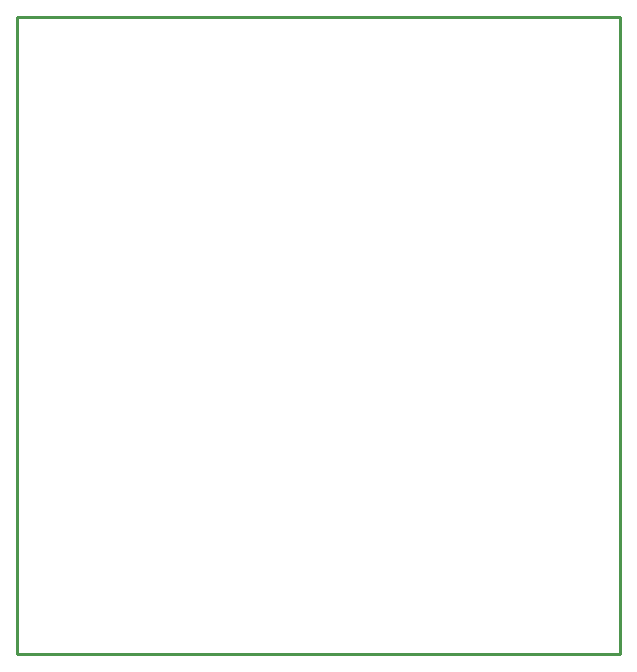
<source format=gbr>
G04 EAGLE Gerber X2 export*
%TF.Part,Single*%
%TF.FileFunction,Profile,NP*%
%TF.FilePolarity,Positive*%
%TF.GenerationSoftware,Autodesk,EAGLE,8.6.3*%
%TF.CreationDate,2018-02-26T22:29:53Z*%
G75*
%MOMM*%
%FSLAX34Y34*%
%LPD*%
%AMOC8*
5,1,8,0,0,1.08239X$1,22.5*%
G01*
%ADD10C,0.254000*%


D10*
X12700Y0D02*
X523750Y0D01*
X523750Y539650D01*
X12700Y539650D01*
X12700Y0D01*
M02*

</source>
